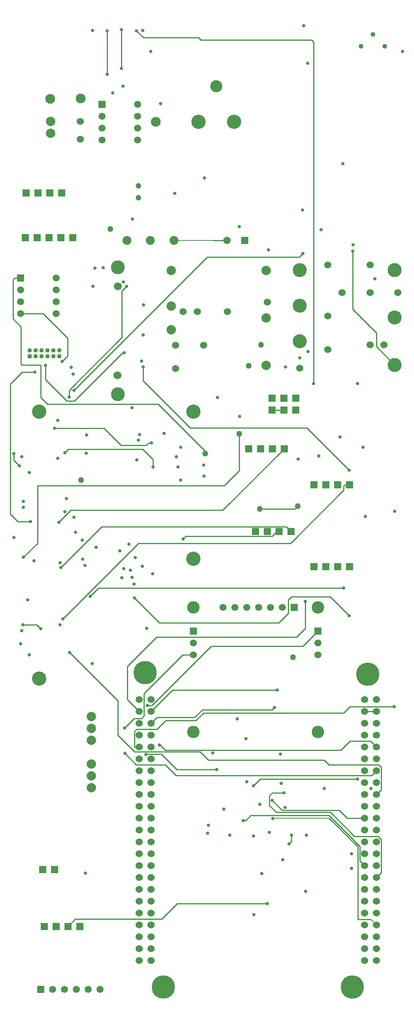
<source format=gbr>
G04 Layer_Physical_Order=4*
G04 Layer_Color=36540*
%FSLAX26Y26*%
%MOIN*%
%TF.FileFunction,Copper,L4,Inr,Signal*%
%TF.Part,Single*%
G01*
G75*
%TA.AperFunction,Conductor*%
%ADD26C,0.008000*%
%ADD27C,0.010000*%
%TA.AperFunction,ComponentPad*%
%ADD29C,0.037000*%
%ADD30R,0.037000X0.037000*%
%ADD31C,0.082677*%
%ADD32C,0.078740*%
%ADD33C,0.060000*%
%ADD34C,0.117000*%
%ADD35C,0.067000*%
%ADD36C,0.078740*%
%ADD37R,0.060000X0.060000*%
%ADD38C,0.040000*%
%ADD39C,0.102000*%
%ADD40C,0.120000*%
%ADD41C,0.118110*%
%ADD42C,0.059055*%
%ADD43R,0.059055X0.059055*%
%ADD44C,0.047244*%
%TA.AperFunction,ViaPad*%
%ADD45C,0.060000*%
%TA.AperFunction,ComponentPad*%
%ADD46C,0.074803*%
%ADD47C,0.062992*%
%ADD48R,0.062992X0.062992*%
%TA.AperFunction,ViaPad*%
%ADD49C,0.196850*%
%ADD50C,0.120000*%
%ADD51C,0.105000*%
%TA.AperFunction,ComponentPad*%
%ADD52R,0.059055X0.059055*%
%TA.AperFunction,ViaPad*%
%ADD53C,0.027559*%
%ADD54C,0.050000*%
D26*
X469675Y3643000D02*
X473727Y3643000D01*
X138671Y3643000D02*
X138671Y3643158D01*
X1846057Y-2125396D02*
X1849893Y-2127314D01*
X1845957Y-2125346D02*
X1846057Y-2125396D01*
X1800287Y-2077708D02*
X1849893Y-2127314D01*
X973255Y-1226000D02*
X1447003Y-1226000D01*
X138671Y3643000D02*
X469675Y3643000D01*
D27*
X-1239745Y2434314D02*
X-1140493Y2533568D01*
X-1144493Y2595568D02*
X-983431Y2595568D01*
X-983431Y2319688D02*
X-983431Y2595568D01*
X-1150493Y2601568D02*
X-1144493Y2595568D01*
X-1150493Y2601568D02*
X-1150493Y2914748D01*
X-983431Y2319688D02*
X-927745Y2264000D01*
X-1140493Y2533568D02*
X-1033493Y2533568D01*
X-1218745Y2983000D02*
X-1150493Y2914748D01*
X-1239745Y1337000D02*
X-1239745Y2434314D01*
X-963531Y3027606D02*
X-758493Y2822568D01*
X-758493Y2671622D02*
X-758493Y2822568D01*
X-806115Y2624000D02*
X-758493Y2671622D01*
X-1154435Y3027606D02*
X-963531Y3027606D01*
X-294761Y2696930D02*
X-280481Y2696930D01*
X-700691Y2291000D02*
X-294761Y2696930D01*
X1194885Y3505000D02*
X1223885Y3534000D01*
X418885Y3505000D02*
X1194885Y3505000D01*
X-704615Y2381500D02*
X418885Y3505000D01*
X1580885Y1583708D02*
X1618397Y1583708D01*
X1569885Y1572708D02*
X1580885Y1583708D01*
X1569885Y1541000D02*
X1569885Y1572708D01*
X1120885Y1092000D02*
X1569885Y1541000D01*
X-160903Y1092000D02*
X1120885Y1092000D01*
X-799115Y453788D02*
X-160903Y1092000D01*
X1085279Y1231000D02*
X1126271Y1190008D01*
X-470115Y1231000D02*
X1085279Y1231000D01*
X-813115Y888000D02*
X-470115Y1231000D01*
X548389Y1370000D02*
X1067215Y1888826D01*
X-732115Y1370000D02*
X548389Y1370000D01*
X1687963Y-2077708D02*
X1687963Y-1466960D01*
X1687963Y-2077708D02*
X1800287Y-2077708D01*
X-1210115Y1790370D02*
X-1210115Y1847000D01*
X-1210115Y1790370D02*
X-1164745Y1745000D01*
X1597231Y-1225346D02*
X1745957Y-1225346D01*
X1530885Y-1159000D02*
X1597231Y-1225346D01*
X1050885Y-1159000D02*
X1530885Y-1159000D01*
X966885Y-1075000D02*
X1050885Y-1159000D01*
X-497115Y714000D02*
X1567255Y714000D01*
X-567115Y644000D02*
X-497115Y714000D01*
X1620885Y-285000D02*
X1994885Y-285000D01*
X-194115Y-493000D02*
X-176115Y-475000D01*
X-194115Y-625346D02*
X-194115Y-493000D01*
X-194115Y-625346D02*
X-154043Y-625346D01*
X965885Y-311000D02*
X985885Y-291000D01*
X377885Y-311000D02*
X965885Y-311000D01*
X311885Y-377000D02*
X377885Y-311000D01*
X-5697Y-377000D02*
X311885Y-377000D01*
X126303Y-145000D02*
X1009885Y-145000D01*
X63885Y-651000D02*
X1544885Y-651000D01*
X1620885Y-575000D01*
X1795611Y-575000D01*
X164885Y-1945000D02*
X926303Y-1945000D01*
X34885Y-2075000D02*
X164885Y-1945000D01*
X-693069Y-2075000D02*
X34885Y-2075000D01*
X-755817Y-2137748D02*
X-693069Y-2075000D01*
X214885Y1129000D02*
X235885Y1150000D01*
X966885Y1150000D01*
X964067Y2213630D02*
X1064067Y2213630D01*
X-99115Y-690000D02*
X-94115Y-685000D01*
X30885Y-685000D02*
X161885Y-816000D01*
X497529Y-816000D01*
X1315255Y2436000D02*
X1315255Y5318000D01*
X1886885Y-984418D02*
X1886885Y-797000D01*
X1865885Y-776000D02*
X1886885Y-797000D01*
X1444885Y-776000D02*
X1865885Y-776000D01*
X1405885Y-737000D02*
X1444885Y-776000D01*
X428885Y-737000D02*
X1405885Y-737000D01*
X357885Y-666000D02*
X428885Y-737000D01*
X-194115Y-666000D02*
X357885Y-666000D01*
X-334115Y-526000D02*
X-194115Y-666000D01*
X-334115Y-526000D02*
X-334115Y-237000D01*
X-742115Y171000D02*
X-334115Y-237000D01*
X1705885Y-1585274D02*
X1705885Y-1463668D01*
X1886885Y-1684418D02*
X1886885Y-1405000D01*
X1859917Y-1378032D02*
X1886885Y-1405000D01*
X1658917Y-1378032D02*
X1859917Y-1378032D01*
X1457885Y-1177000D02*
X1658917Y-1378032D01*
X-1018745Y405000D02*
X-983745Y370000D01*
X-1133745Y405000D02*
X-1018745Y405000D01*
X469833Y3643158D02*
X585129Y3643158D01*
X469675Y3643000D02*
X469833Y3643158D01*
X1844885Y2750134D02*
X2000287Y2594732D01*
X1844885Y2750134D02*
X1844885Y2864000D01*
X1644885Y3064000D02*
X1844885Y2864000D01*
X1644885Y3064000D02*
X1644885Y3555000D01*
X1805303Y-866000D02*
X1845957Y-825346D01*
X155885Y-866000D02*
X1805303Y-866000D01*
X64885Y-775000D02*
X155885Y-866000D01*
X-181461Y-775000D02*
X64885Y-775000D01*
X-276115Y-680346D02*
X-181461Y-775000D01*
X1258885Y2065000D02*
X1614885Y1709000D01*
X-300115Y3218196D02*
X-262311Y3256000D01*
X-300115Y2826000D02*
X-300115Y3218196D01*
X-745115Y2381000D02*
X-300115Y2826000D01*
X-745115Y2324008D02*
X-745115Y2381000D01*
X-764691Y2291000D02*
X-700691Y2291000D01*
X-945745Y2472054D02*
X-764691Y2291000D01*
X-945745Y2472054D02*
X-945745Y2592000D01*
X-1129745Y973000D02*
X-1012745Y1090000D01*
X-1012745Y1579000D01*
X561255Y1579000D01*
X687255Y1705000D01*
X687255Y2020000D02*
X691255Y2024000D01*
X-781745Y1854000D02*
X-751745Y1884000D01*
X-123745Y1884000D01*
X-38745Y1799000D01*
X-38745Y1734000D02*
X-38745Y1799000D01*
X-1218745Y2983000D02*
X-1218745Y3312000D01*
X-1203139Y3327606D01*
X-1154435Y3327606D01*
X-866745Y2061000D02*
X-451745Y2061000D01*
X-307745Y1917000D01*
X-97745Y1917000D01*
X-75745Y1939000D01*
X-51745Y1939000D01*
X1130255Y-1422000D02*
X1130255Y-1369000D01*
X1108255Y-1444000D02*
X1130255Y-1422000D01*
X-830513Y1266000D02*
X-830513Y1271602D01*
X-732115Y1370000D01*
X-1176745Y1274000D02*
X-1072745Y1274000D01*
X-1239745Y1337000D02*
X-1176745Y1274000D01*
X1456743Y641142D02*
X1615885Y482000D01*
X1127357Y641142D02*
X1456743Y641142D01*
X1567815Y-338070D02*
X1620885Y-285000D01*
X322949Y-403070D02*
X387949Y-338070D01*
X1567815Y-338070D01*
X-176115Y-475000D02*
X-3981Y-475000D01*
X67949Y-403070D01*
X322949Y-403070D01*
X-92475Y-686640D02*
X-71953Y-686640D01*
X-70313Y-685000D01*
X30885Y-685000D01*
X-253745Y-225644D02*
X-253745Y55080D01*
X-120115Y2460110D02*
X-120115Y2577000D01*
X-120115Y2460110D02*
X274995Y2065000D01*
X1258885Y2065000D01*
X-927745Y2264000D02*
X5995Y2264000D01*
X402255Y1867740D01*
X402255Y1848000D02*
X402255Y1867740D01*
X860585Y1379410D02*
X1155295Y1379410D01*
X1180585Y1404700D01*
X1026271Y1190008D02*
X1026271Y1209386D01*
X1245467Y374294D02*
X1245467Y601772D01*
X1100585Y499410D02*
X1100585Y614370D01*
X1127357Y641142D01*
X-195659Y630000D02*
X14931Y419410D01*
X862771Y419410D01*
X-253745Y55080D02*
X-9415Y299410D01*
X1170585Y299410D01*
X1245467Y374294D01*
X862771Y419410D02*
X1020585Y419410D01*
X1100585Y499410D01*
X1446217Y-1204000D02*
X1705885Y-1463668D01*
X785885Y-1204000D02*
X1446217Y-1204000D01*
X743885Y-1246000D02*
X785885Y-1204000D01*
X721885Y-1246000D02*
X743885Y-1246000D01*
X1001885Y-1177000D02*
X1457885Y-1177000D01*
X942885Y-1118000D02*
X1001885Y-1177000D01*
X942885Y-1118000D02*
X942885Y-1037000D01*
X967885Y-1012000D01*
X1066885Y-1012000D01*
X1447003Y-1226000D02*
X1687963Y-1466960D01*
X213295Y149410D02*
X300585Y149410D01*
X-113115Y-177000D02*
X213295Y149410D01*
X-113115Y-363000D02*
X-113115Y-177000D01*
X-135115Y-385000D02*
X-113115Y-363000D01*
X-199115Y-385000D02*
X-135115Y-385000D01*
X-279115Y-465000D02*
X-199115Y-385000D01*
X1226175Y225000D02*
X1350585Y349410D01*
X452825Y225000D02*
X1226175Y225000D01*
X-424415Y5043700D02*
X-424415Y5409410D01*
X-304415Y5093700D02*
X-304415Y5419410D01*
X1299255Y5334000D02*
X1315255Y5318000D01*
X365885Y5334000D02*
X1299255Y5334000D01*
X345885Y5354000D02*
X365885Y5334000D01*
X-119367Y5354000D02*
X345885Y5354000D01*
X-177087Y5411720D02*
X-119367Y5354000D01*
X687255Y1705000D02*
X687255Y2020000D01*
X-54043Y-425346D02*
X-5697Y-377000D01*
X-253745Y-225644D02*
X-154043Y-325346D01*
X-54043Y-325346D02*
X126303Y-145000D01*
X1795611Y-575000D02*
X1845957Y-625346D01*
X1745957Y-325346D02*
X1845957Y-325346D01*
X966885Y1150000D02*
X1026271Y1209386D01*
X-94115Y-685000D02*
X-92475Y-686640D01*
X1845957Y-1025346D02*
X1886885Y-984418D01*
X1705885Y-1585274D02*
X1745957Y-1625346D01*
X1845957Y-1725346D02*
X1886885Y-1684418D01*
X-85000Y-275000D02*
X-47175Y-275000D01*
X452825Y225000D01*
X21885Y-609000D02*
X63885Y-651000D01*
X16032Y-609000D02*
X21885Y-609000D01*
X865413Y-896472D02*
X1686843Y-896472D01*
X807885Y-954000D02*
X865413Y-896472D01*
D29*
X-828493Y2717567D02*
D03*
X-878493Y2717567D02*
D03*
X-928493Y2717567D02*
D03*
X-978493Y2717567D02*
D03*
X-1028493Y2717567D02*
D03*
X-1078493Y2717567D02*
D03*
X-828493Y2667567D02*
D03*
X-928493Y2667567D02*
D03*
X-978493Y2667567D02*
D03*
X-1028493Y2667567D02*
D03*
X-878493Y2667567D02*
D03*
D30*
X-1078493Y2667567D02*
D03*
D31*
X-904115Y4839000D02*
D03*
X-647115Y4840000D02*
D03*
X-14115Y4644000D02*
D03*
D32*
X-902415Y4547094D02*
D03*
X-902415Y4647094D02*
D03*
X114853Y3391190D02*
D03*
X114853Y3091190D02*
D03*
X114853Y2891190D02*
D03*
X914853Y3391190D02*
D03*
X914853Y2591190D02*
D03*
X-559415Y-770590D02*
D03*
X-559415Y-870590D02*
D03*
X-559415Y-970590D02*
D03*
X-559415Y-570590D02*
D03*
X-559415Y-470590D02*
D03*
X-559415Y-370590D02*
D03*
D33*
X-53745Y-225000D02*
D03*
X-53745Y-325000D02*
D03*
X-53745Y-425000D02*
D03*
X-53745Y-525000D02*
D03*
X-53745Y-625000D02*
D03*
X-53745Y-725000D02*
D03*
X-53745Y-825000D02*
D03*
X-53745Y-925000D02*
D03*
X-53745Y-1025000D02*
D03*
X-53745Y-1125000D02*
D03*
X-53745Y-1225000D02*
D03*
X-53745Y-1325000D02*
D03*
X-53745Y-1425000D02*
D03*
X-53745Y-1525000D02*
D03*
X-53745Y-1625000D02*
D03*
X-53745Y-1725000D02*
D03*
X-53745Y-1825000D02*
D03*
X-53745Y-1925000D02*
D03*
X-53745Y-2025000D02*
D03*
X-53745Y-2125000D02*
D03*
X-53745Y-2225000D02*
D03*
X-53745Y-2325000D02*
D03*
X-53745Y-2425000D02*
D03*
X-153745Y-325000D02*
D03*
X-153745Y-425000D02*
D03*
X-153745Y-525000D02*
D03*
X-153745Y-625000D02*
D03*
X-153745Y-725000D02*
D03*
X-153745Y-825000D02*
D03*
X-153745Y-925000D02*
D03*
X-153745Y-1025000D02*
D03*
X-153745Y-1125000D02*
D03*
X-153745Y-1225000D02*
D03*
X-153745Y-1325000D02*
D03*
X-153745Y-1425000D02*
D03*
X-153745Y-1525000D02*
D03*
X-153745Y-1625000D02*
D03*
X-153745Y-1725000D02*
D03*
X-153745Y-1825000D02*
D03*
X-153745Y-1925000D02*
D03*
X-153745Y-2025000D02*
D03*
X-153745Y-2125000D02*
D03*
X-153745Y-2225000D02*
D03*
X-153745Y-2325000D02*
D03*
X-153745Y-2425000D02*
D03*
X1746255Y-225000D02*
D03*
X1846255Y-225000D02*
D03*
X1846255Y-325000D02*
D03*
X1846255Y-425000D02*
D03*
X1846255Y-525000D02*
D03*
X1846255Y-625000D02*
D03*
X1846255Y-725000D02*
D03*
X1846255Y-825000D02*
D03*
X1846255Y-925000D02*
D03*
X1846255Y-1025000D02*
D03*
X1846255Y-1125000D02*
D03*
X1846255Y-1225000D02*
D03*
X1846255Y-1325000D02*
D03*
X1846255Y-1425000D02*
D03*
X1846255Y-1525000D02*
D03*
X1846255Y-1625000D02*
D03*
X1846255Y-1725000D02*
D03*
X1846255Y-1825000D02*
D03*
X1846255Y-1925000D02*
D03*
X1846255Y-2025000D02*
D03*
X1846255Y-2125000D02*
D03*
X1846255Y-2225000D02*
D03*
X1846255Y-2325000D02*
D03*
X1846255Y-2425000D02*
D03*
X1746255Y-325000D02*
D03*
X1746255Y-425000D02*
D03*
X1746255Y-525000D02*
D03*
X1746255Y-625000D02*
D03*
X1746255Y-725000D02*
D03*
X1746255Y-825000D02*
D03*
X1746255Y-925000D02*
D03*
X1746255Y-1025000D02*
D03*
X1746255Y-1125000D02*
D03*
X1746255Y-1225000D02*
D03*
X1746255Y-1325000D02*
D03*
X1746255Y-1425000D02*
D03*
X1746255Y-1525000D02*
D03*
X1746255Y-1625000D02*
D03*
X1746255Y-1725000D02*
D03*
X1746255Y-1825000D02*
D03*
X1746255Y-1925000D02*
D03*
X1746255Y-2025000D02*
D03*
X1746255Y-2125000D02*
D03*
X1746255Y-2225000D02*
D03*
X1746255Y-2325000D02*
D03*
X1746255Y-2425000D02*
D03*
X-153745Y-225000D02*
D03*
X-650107Y4646700D02*
D03*
X-650107Y4497094D02*
D03*
D34*
X-335147Y2346722D02*
D03*
X-335147Y3419122D02*
D03*
D35*
X-335147Y3257222D02*
D03*
X-336747Y2508622D02*
D03*
D36*
X914853Y2991190D02*
D03*
D37*
X964067Y2213630D02*
D03*
X1064067Y2213630D02*
D03*
X1164067Y2213630D02*
D03*
X1164067Y2313630D02*
D03*
X1064067Y2313630D02*
D03*
X964067Y2313630D02*
D03*
X826271Y1190008D02*
D03*
X926271Y1190008D02*
D03*
X1026271Y1190008D02*
D03*
X1126271Y1190008D02*
D03*
X767215Y1888826D02*
D03*
X867215Y1888826D02*
D03*
X967215Y1888826D02*
D03*
X1067215Y1888826D02*
D03*
X1318397Y1583708D02*
D03*
X1418397Y1583708D02*
D03*
X1518397Y1583708D02*
D03*
X1618397Y1583708D02*
D03*
X-807587Y4044338D02*
D03*
X-907587Y4044338D02*
D03*
X-1007587Y4044338D02*
D03*
X-1107587Y4044338D02*
D03*
X1318397Y894732D02*
D03*
X1418397Y894732D02*
D03*
X1518397Y894732D02*
D03*
X1618397Y894732D02*
D03*
X-1116051Y3668158D02*
D03*
X-716051Y3668158D02*
D03*
X-816051Y3668158D02*
D03*
X-916051Y3668158D02*
D03*
X-1016051Y3668158D02*
D03*
X-869413Y-1660590D02*
D03*
X-969413Y-1660590D02*
D03*
X-655815Y-2137748D02*
D03*
X-755815Y-2137748D02*
D03*
X-855815Y-2137748D02*
D03*
X-955815Y-2137748D02*
D03*
D38*
X1815585Y5379410D02*
D03*
X1915585Y5279410D02*
D03*
X1715585Y5279410D02*
D03*
D39*
X496885Y4943000D02*
D03*
D40*
X646885Y4643000D02*
D03*
X346885Y4643000D02*
D03*
D41*
X1200287Y3094732D02*
D03*
X1200287Y2794732D02*
D03*
X1200287Y3394732D02*
D03*
X2000287Y2594732D02*
D03*
X2000287Y2994732D02*
D03*
X2000287Y3394732D02*
D03*
D42*
X-854435Y3027606D02*
D03*
X-854435Y3127606D02*
D03*
X-854435Y3227606D02*
D03*
X-854435Y3327606D02*
D03*
X-1154435Y3027606D02*
D03*
X-1154435Y3127606D02*
D03*
X-1154435Y3227606D02*
D03*
X-167429Y4490796D02*
D03*
X-167429Y4590796D02*
D03*
X-167429Y4690796D02*
D03*
X-167429Y4790796D02*
D03*
X-467429Y4490796D02*
D03*
X-467429Y4590796D02*
D03*
X-467429Y4690796D02*
D03*
X-484755Y-2668260D02*
D03*
X-584755Y-2668260D02*
D03*
X-684755Y-2668260D02*
D03*
X-784755Y-2668260D02*
D03*
X-884755Y-2668260D02*
D03*
X1350585Y149410D02*
D03*
X1350585Y249410D02*
D03*
X300585Y149410D02*
D03*
X300585Y249410D02*
D03*
X950585Y549410D02*
D03*
X1050585Y549410D02*
D03*
X850585Y549410D02*
D03*
X750585Y549410D02*
D03*
X650585Y549410D02*
D03*
X550585Y549410D02*
D03*
D43*
X-1154435Y3327606D02*
D03*
X-467429Y4790796D02*
D03*
X-984755Y-2668260D02*
D03*
X1150585Y549410D02*
D03*
D44*
X-159951Y4004180D02*
D03*
X-159951Y4104180D02*
D03*
D45*
X1908949Y2764812D02*
D03*
X1790837Y2764812D02*
D03*
X1436507Y2725442D02*
D03*
X1200287Y2567960D02*
D03*
X1436507Y3006032D02*
D03*
X1554617Y3202882D02*
D03*
X1790837Y3202882D02*
D03*
X2027057Y3202882D02*
D03*
X1790837Y3439102D02*
D03*
X1436507Y3439102D02*
D03*
X924695Y3124142D02*
D03*
X590049Y3045402D02*
D03*
X216035Y3045402D02*
D03*
X334145Y3045402D02*
D03*
X388199Y2759812D02*
D03*
X151979Y2759812D02*
D03*
X151979Y2562960D02*
D03*
D46*
X-59753Y3643158D02*
D03*
X-258179Y3643158D02*
D03*
X138671Y3643158D02*
D03*
D47*
X585129Y3643158D02*
D03*
D48*
X733947Y3643158D02*
D03*
D49*
X1771153Y-10780D02*
D03*
X-103745Y0D02*
D03*
X49309Y-2648574D02*
D03*
X1643201Y-2648574D02*
D03*
D50*
X300585Y959410D02*
D03*
X-999415Y-50590D02*
D03*
X300585Y2199410D02*
D03*
X-999415Y2199410D02*
D03*
D51*
X300585Y-500590D02*
D03*
X1350585Y549410D02*
D03*
X1350585Y-500590D02*
D03*
X300585Y549410D02*
D03*
D52*
X1350585Y349410D02*
D03*
X300585Y349410D02*
D03*
D53*
X-1033493Y2533568D02*
D03*
X-527481Y3410930D02*
D03*
X-458481Y3415930D02*
D03*
X-120115Y2848000D02*
D03*
X-123415Y5414410D02*
D03*
X-705481Y1311930D02*
D03*
X159519Y1821930D02*
D03*
X-280481Y2696930D02*
D03*
X936255Y3565000D02*
D03*
X1223885Y3534000D02*
D03*
X-704615Y2381500D02*
D03*
X-799115Y453788D02*
D03*
X-813115Y888000D02*
D03*
X-1210115Y1847000D02*
D03*
X466885Y-675000D02*
D03*
X-1210115Y1141000D02*
D03*
X-228847Y865204D02*
D03*
X-188115Y970000D02*
D03*
X-286115Y878000D02*
D03*
X-1130423Y1443944D02*
D03*
X966885Y-1075000D02*
D03*
X1567255Y714000D02*
D03*
X-567115Y644000D02*
D03*
X54885Y2017000D02*
D03*
X1994885Y-285000D02*
D03*
X985885Y-291000D02*
D03*
X1538885Y1988000D02*
D03*
X-1130423Y1392764D02*
D03*
X-214115Y2234000D02*
D03*
X172727Y1733316D02*
D03*
X391885Y1658000D02*
D03*
X1269885Y2707212D02*
D03*
X196349Y1902606D02*
D03*
X1009885Y-145000D02*
D03*
X-210115Y3824000D02*
D03*
X-598925Y2004968D02*
D03*
X1733069Y1900888D02*
D03*
X-543807Y3256938D02*
D03*
X-118611Y3099456D02*
D03*
X1248909Y-1840976D02*
D03*
X926303Y-1945000D02*
D03*
X-197351Y747094D02*
D03*
X673255Y-390000D02*
D03*
X428633Y-1284402D02*
D03*
X-516745Y1056000D02*
D03*
X-127745Y899000D02*
D03*
X-820745Y929000D02*
D03*
X-767745Y1468000D02*
D03*
X-983745Y370000D02*
D03*
X-1133745Y405000D02*
D03*
X-945745Y2592000D02*
D03*
X1232767Y5453196D02*
D03*
X504885Y2322000D02*
D03*
X1184539Y1802212D02*
D03*
X1648255Y3607000D02*
D03*
X1562491Y4290402D02*
D03*
X1832885Y3321000D02*
D03*
X810885Y-2038338D02*
D03*
X808255Y-1375000D02*
D03*
X1042807Y-934008D02*
D03*
X-300697Y801228D02*
D03*
X-1072745Y1274000D02*
D03*
X-821745Y403000D02*
D03*
X1074303Y-1134796D02*
D03*
X607255Y-1370000D02*
D03*
X420759Y-1351330D02*
D03*
X-690067Y1185404D02*
D03*
X214885Y1129000D02*
D03*
X-240745Y1083000D02*
D03*
X-318745Y1029000D02*
D03*
X-377115Y4887000D02*
D03*
X-99115Y-690000D02*
D03*
X497529Y-816000D02*
D03*
X-1094989Y615204D02*
D03*
X-612745Y904000D02*
D03*
X877885Y-1692000D02*
D03*
X1056587Y-1575742D02*
D03*
X1686255Y2437000D02*
D03*
X1077255Y2576000D02*
D03*
X1315255Y2436000D02*
D03*
X1997885Y1361268D02*
D03*
X2065885Y5239000D02*
D03*
X144885Y4042598D02*
D03*
X-742115Y171000D02*
D03*
X1615885Y482000D02*
D03*
X-195659Y630000D02*
D03*
X1635231Y-1525346D02*
D03*
X1636885Y-1650000D02*
D03*
X689885Y3760000D02*
D03*
X-1155115Y245000D02*
D03*
X-149745Y2006000D02*
D03*
X-90115Y374000D02*
D03*
X-287115Y3295000D02*
D03*
X-842115Y1807000D02*
D03*
X1200287Y2655000D02*
D03*
X1357885Y1827000D02*
D03*
X-291115Y4945914D02*
D03*
X-1040115Y944748D02*
D03*
X-806115Y2624000D02*
D03*
X1644885Y3555000D02*
D03*
X942885Y-1345678D02*
D03*
X807885Y-954000D02*
D03*
X1750885Y1316000D02*
D03*
X-1082115Y1686000D02*
D03*
X-1145115Y1819930D02*
D03*
X-710835Y2517440D02*
D03*
X-276115Y-680346D02*
D03*
X-729115Y2573000D02*
D03*
X1614885Y1709000D02*
D03*
X-120115Y2577000D02*
D03*
X-262311Y3256000D02*
D03*
X-745115Y2324008D02*
D03*
X1033885Y-685000D02*
D03*
X1404043Y-975842D02*
D03*
X750885Y-918000D02*
D03*
X-215115Y803000D02*
D03*
X-1080115Y151000D02*
D03*
X973255Y-1228000D02*
D03*
X-1129745Y973000D02*
D03*
X-1164745Y1745000D02*
D03*
X-1146171Y355362D02*
D03*
X-781745Y1854000D02*
D03*
X-38745Y1734000D02*
D03*
X1108255Y-1444000D02*
D03*
X691255Y2160000D02*
D03*
X-602745Y1850000D02*
D03*
X390255Y1750000D02*
D03*
X-39745Y833000D02*
D03*
X-174745Y1793000D02*
D03*
X-162745Y1960000D02*
D03*
X396885Y4171000D02*
D03*
X-839745Y2129000D02*
D03*
X-866745Y2061000D02*
D03*
X-51745Y1939000D02*
D03*
X1223255Y3900000D02*
D03*
X1379255Y3734000D02*
D03*
X-782495Y1358000D02*
D03*
X1256255Y-1368000D02*
D03*
X1130255Y-1369000D02*
D03*
X-632745Y959000D02*
D03*
X-635745Y1117000D02*
D03*
X-830513Y1266000D02*
D03*
X196255Y1625000D02*
D03*
X1245467Y601772D02*
D03*
X557949Y-1148228D02*
D03*
X862949Y-1108228D02*
D03*
X-134115Y2629000D02*
D03*
X746255Y-555000D02*
D03*
X-609415Y-1690590D02*
D03*
X721885Y-1246000D02*
D03*
X1066885Y-1012000D02*
D03*
X-279115Y-465000D02*
D03*
X-550115Y77000D02*
D03*
X-304415Y5419410D02*
D03*
X-424415Y5409410D02*
D03*
X24579Y4796306D02*
D03*
X-177087Y5411720D02*
D03*
X-59115Y5239000D02*
D03*
X-549115Y5414000D02*
D03*
X-424415Y5043700D02*
D03*
X-304415Y5093700D02*
D03*
X1266885Y5136000D02*
D03*
X-85000Y-275000D02*
D03*
X16032Y-609000D02*
D03*
X1686843Y-896472D02*
D03*
X1800000Y-975000D02*
D03*
D54*
X-645745Y1623000D02*
D03*
X690255Y2014000D02*
D03*
X402255Y1848000D02*
D03*
X768255Y2588000D02*
D03*
X871255Y2764000D02*
D03*
X-396745Y3742000D02*
D03*
X1180585Y1404700D02*
D03*
X860585Y1379410D02*
D03*
X1140585Y129410D02*
D03*
%TF.MD5,414413c26ab31a7ccfd400dadc552873*%
M02*

</source>
